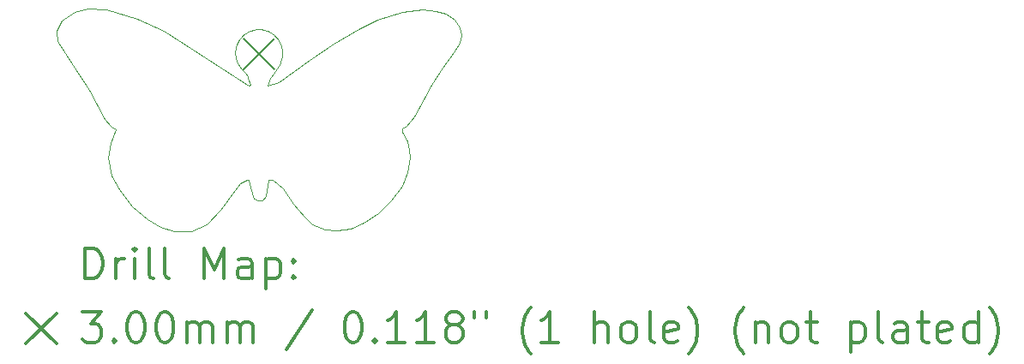
<source format=gbr>
%FSLAX45Y45*%
G04 Gerber Fmt 4.5, Leading zero omitted, Abs format (unit mm)*
G04 Created by KiCad (PCBNEW (5.1.5)-3) date 2020-05-15 20:59:00*
%MOMM*%
%LPD*%
G04 APERTURE LIST*
%TA.AperFunction,Profile*%
%ADD10C,0.050000*%
%TD*%
%ADD11C,0.200000*%
%ADD12C,0.300000*%
G04 APERTURE END LIST*
D10*
X19418300Y-4546600D02*
X19481800Y-4514850D01*
X19488150Y-3492500D02*
X19494500Y-3511550D01*
X19469100Y-3454400D02*
X19488150Y-3492500D01*
X19432866Y-3423509D02*
X19469100Y-3454400D01*
X19716750Y-3498850D02*
X19710400Y-3511550D01*
X19748500Y-3467100D02*
X19716750Y-3498850D01*
X19812000Y-3365500D02*
X19748500Y-3467100D01*
X19432866Y-3423509D02*
G75*
G02X19812000Y-3365500I169584J159609D01*
G01*
X19519900Y-3575050D02*
X19494500Y-3511550D01*
X19500850Y-3587750D02*
X19519900Y-3575050D01*
X19685000Y-3581400D02*
X19710400Y-3511550D01*
X19792950Y-3549650D02*
X19685000Y-3581400D01*
X20097750Y-3333750D02*
X19792950Y-3549650D01*
X20339050Y-3168650D02*
X20097750Y-3333750D01*
X20580350Y-3028950D02*
X20339050Y-3168650D01*
X20770850Y-2933700D02*
X20580350Y-3028950D01*
X21012150Y-2857500D02*
X20770850Y-2933700D01*
X21215350Y-2832100D02*
X21012150Y-2857500D01*
X21348700Y-2844800D02*
X21215350Y-2832100D01*
X21443950Y-2876550D02*
X21348700Y-2844800D01*
X21532850Y-2933700D02*
X21443950Y-2876550D01*
X21583650Y-3009900D02*
X21532850Y-2933700D01*
X21602700Y-3086100D02*
X21583650Y-3009900D01*
X21583650Y-3162300D02*
X21602700Y-3086100D01*
X21520150Y-3251200D02*
X21583650Y-3162300D01*
X21412200Y-3409950D02*
X21520150Y-3251200D01*
X21304250Y-3575050D02*
X21412200Y-3409950D01*
X21234400Y-3702050D02*
X21304250Y-3575050D01*
X21132800Y-3892550D02*
X21234400Y-3702050D01*
X21056600Y-3981450D02*
X21132800Y-3892550D01*
X21018500Y-4006850D02*
X21056600Y-3981450D01*
X21018500Y-4038600D02*
X21018500Y-4006850D01*
X21062950Y-4133850D02*
X21018500Y-4038600D01*
X21082000Y-4216400D02*
X21062950Y-4133850D01*
X21088350Y-4292600D02*
X21082000Y-4216400D01*
X21062950Y-4438650D02*
X21088350Y-4292600D01*
X21012150Y-4572000D02*
X21062950Y-4438650D01*
X20904200Y-4718050D02*
X21012150Y-4572000D01*
X20777200Y-4845050D02*
X20904200Y-4718050D01*
X20637500Y-4940300D02*
X20777200Y-4845050D01*
X20510500Y-4997450D02*
X20637500Y-4940300D01*
X20370800Y-5016500D02*
X20510500Y-4997450D01*
X20256500Y-5010150D02*
X20370800Y-5016500D01*
X20129500Y-4953000D02*
X20256500Y-5010150D01*
X20046950Y-4883150D02*
X20129500Y-4953000D01*
X19939000Y-4756150D02*
X20046950Y-4883150D01*
X19837400Y-4603750D02*
X19939000Y-4756150D01*
X19735800Y-4514850D02*
X19837400Y-4603750D01*
X19697700Y-4514850D02*
X19735800Y-4514850D01*
X19672300Y-4673600D02*
X19697700Y-4514850D01*
X19634200Y-4718050D02*
X19672300Y-4673600D01*
X19589750Y-4718050D02*
X19634200Y-4718050D01*
X19551650Y-4699000D02*
X19589750Y-4718050D01*
X19519900Y-4591050D02*
X19551650Y-4699000D01*
X19500850Y-4514850D02*
X19519900Y-4591050D01*
X19481800Y-4514850D02*
X19500850Y-4514850D01*
X19367500Y-4616450D02*
X19418300Y-4546600D01*
X19221450Y-4813300D02*
X19367500Y-4616450D01*
X19088100Y-4953000D02*
X19221450Y-4813300D01*
X18935700Y-5022850D02*
X19088100Y-4953000D01*
X18764250Y-5022850D02*
X18935700Y-5022850D01*
X18624550Y-4978400D02*
X18764250Y-5022850D01*
X18503900Y-4902200D02*
X18624550Y-4978400D01*
X18351500Y-4781550D02*
X18503900Y-4902200D01*
X18224500Y-4610100D02*
X18351500Y-4781550D01*
X18141950Y-4476750D02*
X18224500Y-4610100D01*
X18110200Y-4292600D02*
X18141950Y-4476750D01*
X18135600Y-4152900D02*
X18110200Y-4292600D01*
X18186400Y-4019550D02*
X18135600Y-4152900D01*
X18141950Y-3987800D02*
X18186400Y-4019550D01*
X18078450Y-3911600D02*
X18141950Y-3987800D01*
X17926050Y-3625850D02*
X18078450Y-3911600D01*
X17760950Y-3378200D02*
X17926050Y-3625850D01*
X17614900Y-3143250D02*
X17760950Y-3378200D01*
X17602200Y-3041650D02*
X17614900Y-3143250D01*
X17653000Y-2940050D02*
X17602200Y-3041650D01*
X17780000Y-2857500D02*
X17653000Y-2940050D01*
X17907000Y-2825750D02*
X17780000Y-2857500D01*
X18097500Y-2832100D02*
X17907000Y-2825750D01*
X18402300Y-2921000D02*
X18097500Y-2832100D01*
X18662650Y-3041650D02*
X18402300Y-2921000D01*
X19500850Y-3587750D02*
X18662650Y-3041650D01*
D11*
X19452450Y-3120250D02*
X19752450Y-3420250D01*
X19752450Y-3120250D02*
X19452450Y-3420250D01*
D12*
X17886128Y-5491064D02*
X17886128Y-5191064D01*
X17957557Y-5191064D01*
X18000414Y-5205350D01*
X18028986Y-5233922D01*
X18043271Y-5262493D01*
X18057557Y-5319636D01*
X18057557Y-5362493D01*
X18043271Y-5419636D01*
X18028986Y-5448207D01*
X18000414Y-5476779D01*
X17957557Y-5491064D01*
X17886128Y-5491064D01*
X18186128Y-5491064D02*
X18186128Y-5291064D01*
X18186128Y-5348207D02*
X18200414Y-5319636D01*
X18214700Y-5305350D01*
X18243271Y-5291064D01*
X18271843Y-5291064D01*
X18371843Y-5491064D02*
X18371843Y-5291064D01*
X18371843Y-5191064D02*
X18357557Y-5205350D01*
X18371843Y-5219636D01*
X18386128Y-5205350D01*
X18371843Y-5191064D01*
X18371843Y-5219636D01*
X18557557Y-5491064D02*
X18528986Y-5476779D01*
X18514700Y-5448207D01*
X18514700Y-5191064D01*
X18714700Y-5491064D02*
X18686128Y-5476779D01*
X18671843Y-5448207D01*
X18671843Y-5191064D01*
X19057557Y-5491064D02*
X19057557Y-5191064D01*
X19157557Y-5405350D01*
X19257557Y-5191064D01*
X19257557Y-5491064D01*
X19528986Y-5491064D02*
X19528986Y-5333922D01*
X19514700Y-5305350D01*
X19486128Y-5291064D01*
X19428986Y-5291064D01*
X19400414Y-5305350D01*
X19528986Y-5476779D02*
X19500414Y-5491064D01*
X19428986Y-5491064D01*
X19400414Y-5476779D01*
X19386128Y-5448207D01*
X19386128Y-5419636D01*
X19400414Y-5391064D01*
X19428986Y-5376779D01*
X19500414Y-5376779D01*
X19528986Y-5362493D01*
X19671843Y-5291064D02*
X19671843Y-5591064D01*
X19671843Y-5305350D02*
X19700414Y-5291064D01*
X19757557Y-5291064D01*
X19786128Y-5305350D01*
X19800414Y-5319636D01*
X19814700Y-5348207D01*
X19814700Y-5433922D01*
X19800414Y-5462493D01*
X19786128Y-5476779D01*
X19757557Y-5491064D01*
X19700414Y-5491064D01*
X19671843Y-5476779D01*
X19943271Y-5462493D02*
X19957557Y-5476779D01*
X19943271Y-5491064D01*
X19928986Y-5476779D01*
X19943271Y-5462493D01*
X19943271Y-5491064D01*
X19943271Y-5305350D02*
X19957557Y-5319636D01*
X19943271Y-5333922D01*
X19928986Y-5319636D01*
X19943271Y-5305350D01*
X19943271Y-5333922D01*
X17299700Y-5835350D02*
X17599700Y-6135350D01*
X17599700Y-5835350D02*
X17299700Y-6135350D01*
X17857557Y-5821064D02*
X18043271Y-5821064D01*
X17943271Y-5935350D01*
X17986128Y-5935350D01*
X18014700Y-5949636D01*
X18028986Y-5963921D01*
X18043271Y-5992493D01*
X18043271Y-6063921D01*
X18028986Y-6092493D01*
X18014700Y-6106779D01*
X17986128Y-6121064D01*
X17900414Y-6121064D01*
X17871843Y-6106779D01*
X17857557Y-6092493D01*
X18171843Y-6092493D02*
X18186128Y-6106779D01*
X18171843Y-6121064D01*
X18157557Y-6106779D01*
X18171843Y-6092493D01*
X18171843Y-6121064D01*
X18371843Y-5821064D02*
X18400414Y-5821064D01*
X18428986Y-5835350D01*
X18443271Y-5849636D01*
X18457557Y-5878207D01*
X18471843Y-5935350D01*
X18471843Y-6006779D01*
X18457557Y-6063921D01*
X18443271Y-6092493D01*
X18428986Y-6106779D01*
X18400414Y-6121064D01*
X18371843Y-6121064D01*
X18343271Y-6106779D01*
X18328986Y-6092493D01*
X18314700Y-6063921D01*
X18300414Y-6006779D01*
X18300414Y-5935350D01*
X18314700Y-5878207D01*
X18328986Y-5849636D01*
X18343271Y-5835350D01*
X18371843Y-5821064D01*
X18657557Y-5821064D02*
X18686128Y-5821064D01*
X18714700Y-5835350D01*
X18728986Y-5849636D01*
X18743271Y-5878207D01*
X18757557Y-5935350D01*
X18757557Y-6006779D01*
X18743271Y-6063921D01*
X18728986Y-6092493D01*
X18714700Y-6106779D01*
X18686128Y-6121064D01*
X18657557Y-6121064D01*
X18628986Y-6106779D01*
X18614700Y-6092493D01*
X18600414Y-6063921D01*
X18586128Y-6006779D01*
X18586128Y-5935350D01*
X18600414Y-5878207D01*
X18614700Y-5849636D01*
X18628986Y-5835350D01*
X18657557Y-5821064D01*
X18886128Y-6121064D02*
X18886128Y-5921064D01*
X18886128Y-5949636D02*
X18900414Y-5935350D01*
X18928986Y-5921064D01*
X18971843Y-5921064D01*
X19000414Y-5935350D01*
X19014700Y-5963921D01*
X19014700Y-6121064D01*
X19014700Y-5963921D02*
X19028986Y-5935350D01*
X19057557Y-5921064D01*
X19100414Y-5921064D01*
X19128986Y-5935350D01*
X19143271Y-5963921D01*
X19143271Y-6121064D01*
X19286128Y-6121064D02*
X19286128Y-5921064D01*
X19286128Y-5949636D02*
X19300414Y-5935350D01*
X19328986Y-5921064D01*
X19371843Y-5921064D01*
X19400414Y-5935350D01*
X19414700Y-5963921D01*
X19414700Y-6121064D01*
X19414700Y-5963921D02*
X19428986Y-5935350D01*
X19457557Y-5921064D01*
X19500414Y-5921064D01*
X19528986Y-5935350D01*
X19543271Y-5963921D01*
X19543271Y-6121064D01*
X20128986Y-5806779D02*
X19871843Y-6192493D01*
X20514700Y-5821064D02*
X20543271Y-5821064D01*
X20571843Y-5835350D01*
X20586128Y-5849636D01*
X20600414Y-5878207D01*
X20614700Y-5935350D01*
X20614700Y-6006779D01*
X20600414Y-6063921D01*
X20586128Y-6092493D01*
X20571843Y-6106779D01*
X20543271Y-6121064D01*
X20514700Y-6121064D01*
X20486128Y-6106779D01*
X20471843Y-6092493D01*
X20457557Y-6063921D01*
X20443271Y-6006779D01*
X20443271Y-5935350D01*
X20457557Y-5878207D01*
X20471843Y-5849636D01*
X20486128Y-5835350D01*
X20514700Y-5821064D01*
X20743271Y-6092493D02*
X20757557Y-6106779D01*
X20743271Y-6121064D01*
X20728986Y-6106779D01*
X20743271Y-6092493D01*
X20743271Y-6121064D01*
X21043271Y-6121064D02*
X20871843Y-6121064D01*
X20957557Y-6121064D02*
X20957557Y-5821064D01*
X20928986Y-5863921D01*
X20900414Y-5892493D01*
X20871843Y-5906779D01*
X21328986Y-6121064D02*
X21157557Y-6121064D01*
X21243271Y-6121064D02*
X21243271Y-5821064D01*
X21214700Y-5863921D01*
X21186128Y-5892493D01*
X21157557Y-5906779D01*
X21500414Y-5949636D02*
X21471843Y-5935350D01*
X21457557Y-5921064D01*
X21443271Y-5892493D01*
X21443271Y-5878207D01*
X21457557Y-5849636D01*
X21471843Y-5835350D01*
X21500414Y-5821064D01*
X21557557Y-5821064D01*
X21586128Y-5835350D01*
X21600414Y-5849636D01*
X21614700Y-5878207D01*
X21614700Y-5892493D01*
X21600414Y-5921064D01*
X21586128Y-5935350D01*
X21557557Y-5949636D01*
X21500414Y-5949636D01*
X21471843Y-5963921D01*
X21457557Y-5978207D01*
X21443271Y-6006779D01*
X21443271Y-6063921D01*
X21457557Y-6092493D01*
X21471843Y-6106779D01*
X21500414Y-6121064D01*
X21557557Y-6121064D01*
X21586128Y-6106779D01*
X21600414Y-6092493D01*
X21614700Y-6063921D01*
X21614700Y-6006779D01*
X21600414Y-5978207D01*
X21586128Y-5963921D01*
X21557557Y-5949636D01*
X21728986Y-5821064D02*
X21728986Y-5878207D01*
X21843271Y-5821064D02*
X21843271Y-5878207D01*
X22286128Y-6235350D02*
X22271843Y-6221064D01*
X22243271Y-6178207D01*
X22228986Y-6149636D01*
X22214700Y-6106779D01*
X22200414Y-6035350D01*
X22200414Y-5978207D01*
X22214700Y-5906779D01*
X22228986Y-5863921D01*
X22243271Y-5835350D01*
X22271843Y-5792493D01*
X22286128Y-5778207D01*
X22557557Y-6121064D02*
X22386128Y-6121064D01*
X22471843Y-6121064D02*
X22471843Y-5821064D01*
X22443271Y-5863921D01*
X22414700Y-5892493D01*
X22386128Y-5906779D01*
X22914700Y-6121064D02*
X22914700Y-5821064D01*
X23043271Y-6121064D02*
X23043271Y-5963921D01*
X23028986Y-5935350D01*
X23000414Y-5921064D01*
X22957557Y-5921064D01*
X22928986Y-5935350D01*
X22914700Y-5949636D01*
X23228986Y-6121064D02*
X23200414Y-6106779D01*
X23186128Y-6092493D01*
X23171843Y-6063921D01*
X23171843Y-5978207D01*
X23186128Y-5949636D01*
X23200414Y-5935350D01*
X23228986Y-5921064D01*
X23271843Y-5921064D01*
X23300414Y-5935350D01*
X23314700Y-5949636D01*
X23328986Y-5978207D01*
X23328986Y-6063921D01*
X23314700Y-6092493D01*
X23300414Y-6106779D01*
X23271843Y-6121064D01*
X23228986Y-6121064D01*
X23500414Y-6121064D02*
X23471843Y-6106779D01*
X23457557Y-6078207D01*
X23457557Y-5821064D01*
X23728986Y-6106779D02*
X23700414Y-6121064D01*
X23643271Y-6121064D01*
X23614700Y-6106779D01*
X23600414Y-6078207D01*
X23600414Y-5963921D01*
X23614700Y-5935350D01*
X23643271Y-5921064D01*
X23700414Y-5921064D01*
X23728986Y-5935350D01*
X23743271Y-5963921D01*
X23743271Y-5992493D01*
X23600414Y-6021064D01*
X23843271Y-6235350D02*
X23857557Y-6221064D01*
X23886128Y-6178207D01*
X23900414Y-6149636D01*
X23914700Y-6106779D01*
X23928986Y-6035350D01*
X23928986Y-5978207D01*
X23914700Y-5906779D01*
X23900414Y-5863921D01*
X23886128Y-5835350D01*
X23857557Y-5792493D01*
X23843271Y-5778207D01*
X24386128Y-6235350D02*
X24371843Y-6221064D01*
X24343271Y-6178207D01*
X24328986Y-6149636D01*
X24314700Y-6106779D01*
X24300414Y-6035350D01*
X24300414Y-5978207D01*
X24314700Y-5906779D01*
X24328986Y-5863921D01*
X24343271Y-5835350D01*
X24371843Y-5792493D01*
X24386128Y-5778207D01*
X24500414Y-5921064D02*
X24500414Y-6121064D01*
X24500414Y-5949636D02*
X24514700Y-5935350D01*
X24543271Y-5921064D01*
X24586128Y-5921064D01*
X24614700Y-5935350D01*
X24628986Y-5963921D01*
X24628986Y-6121064D01*
X24814700Y-6121064D02*
X24786128Y-6106779D01*
X24771843Y-6092493D01*
X24757557Y-6063921D01*
X24757557Y-5978207D01*
X24771843Y-5949636D01*
X24786128Y-5935350D01*
X24814700Y-5921064D01*
X24857557Y-5921064D01*
X24886128Y-5935350D01*
X24900414Y-5949636D01*
X24914700Y-5978207D01*
X24914700Y-6063921D01*
X24900414Y-6092493D01*
X24886128Y-6106779D01*
X24857557Y-6121064D01*
X24814700Y-6121064D01*
X25000414Y-5921064D02*
X25114700Y-5921064D01*
X25043271Y-5821064D02*
X25043271Y-6078207D01*
X25057557Y-6106779D01*
X25086128Y-6121064D01*
X25114700Y-6121064D01*
X25443271Y-5921064D02*
X25443271Y-6221064D01*
X25443271Y-5935350D02*
X25471843Y-5921064D01*
X25528986Y-5921064D01*
X25557557Y-5935350D01*
X25571843Y-5949636D01*
X25586128Y-5978207D01*
X25586128Y-6063921D01*
X25571843Y-6092493D01*
X25557557Y-6106779D01*
X25528986Y-6121064D01*
X25471843Y-6121064D01*
X25443271Y-6106779D01*
X25757557Y-6121064D02*
X25728986Y-6106779D01*
X25714700Y-6078207D01*
X25714700Y-5821064D01*
X26000414Y-6121064D02*
X26000414Y-5963921D01*
X25986128Y-5935350D01*
X25957557Y-5921064D01*
X25900414Y-5921064D01*
X25871843Y-5935350D01*
X26000414Y-6106779D02*
X25971843Y-6121064D01*
X25900414Y-6121064D01*
X25871843Y-6106779D01*
X25857557Y-6078207D01*
X25857557Y-6049636D01*
X25871843Y-6021064D01*
X25900414Y-6006779D01*
X25971843Y-6006779D01*
X26000414Y-5992493D01*
X26100414Y-5921064D02*
X26214700Y-5921064D01*
X26143271Y-5821064D02*
X26143271Y-6078207D01*
X26157557Y-6106779D01*
X26186128Y-6121064D01*
X26214700Y-6121064D01*
X26428986Y-6106779D02*
X26400414Y-6121064D01*
X26343271Y-6121064D01*
X26314700Y-6106779D01*
X26300414Y-6078207D01*
X26300414Y-5963921D01*
X26314700Y-5935350D01*
X26343271Y-5921064D01*
X26400414Y-5921064D01*
X26428986Y-5935350D01*
X26443271Y-5963921D01*
X26443271Y-5992493D01*
X26300414Y-6021064D01*
X26700414Y-6121064D02*
X26700414Y-5821064D01*
X26700414Y-6106779D02*
X26671843Y-6121064D01*
X26614700Y-6121064D01*
X26586128Y-6106779D01*
X26571843Y-6092493D01*
X26557557Y-6063921D01*
X26557557Y-5978207D01*
X26571843Y-5949636D01*
X26586128Y-5935350D01*
X26614700Y-5921064D01*
X26671843Y-5921064D01*
X26700414Y-5935350D01*
X26814700Y-6235350D02*
X26828986Y-6221064D01*
X26857557Y-6178207D01*
X26871843Y-6149636D01*
X26886128Y-6106779D01*
X26900414Y-6035350D01*
X26900414Y-5978207D01*
X26886128Y-5906779D01*
X26871843Y-5863921D01*
X26857557Y-5835350D01*
X26828986Y-5792493D01*
X26814700Y-5778207D01*
M02*

</source>
